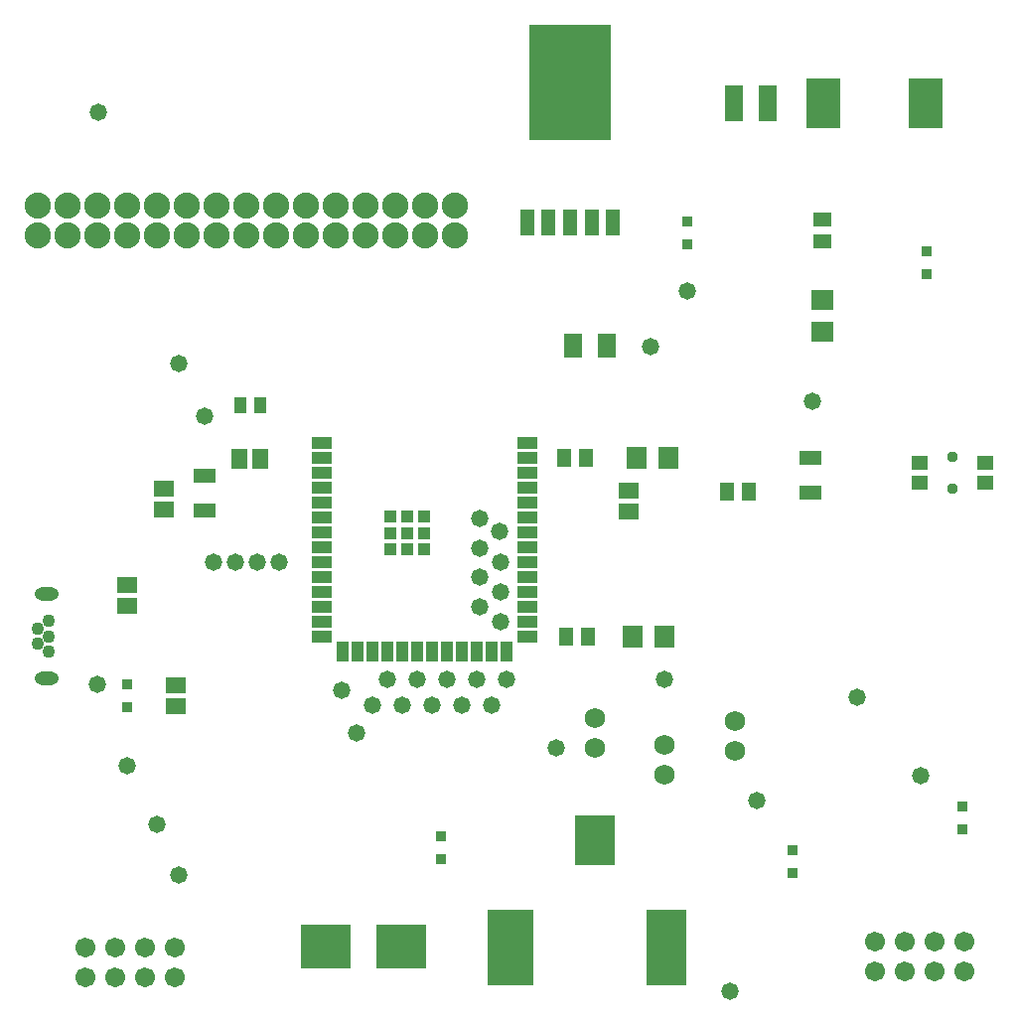
<source format=gbr>
G04*
G04 #@! TF.GenerationSoftware,Altium Limited,Altium Designer,25.3.3 (18)*
G04*
G04 Layer_Color=8388736*
%FSLAX44Y44*%
%MOMM*%
G71*
G04*
G04 #@! TF.SameCoordinates,28098AB9-3807-4A49-8781-5BF9FE85299D*
G04*
G04*
G04 #@! TF.FilePolarity,Negative*
G04*
G01*
G75*
%ADD19R,1.0668X1.3462*%
%ADD20R,4.2418X3.8100*%
%ADD21R,0.8890X0.9525*%
%ADD40R,1.6532X1.4532*%
%ADD41R,1.4532X1.6532*%
%ADD42R,3.5032X4.2632*%
%ADD43R,3.5032X6.5532*%
%ADD44R,4.0132X6.5532*%
%ADD45R,1.9332X1.1732*%
%ADD46R,1.6532X1.3532*%
%ADD47R,1.5732X3.0132*%
%ADD48R,1.4932X2.1132*%
%ADD49R,2.9032X4.3032*%
%ADD50R,1.1032X1.1032*%
%ADD51R,1.7032X1.1032*%
%ADD52R,1.1032X1.7032*%
%ADD53R,1.2032X1.6232*%
%ADD54R,1.2032X2.2532*%
%ADD55R,6.9032X9.9032*%
%ADD56R,1.6232X1.2032*%
%ADD57R,1.9532X1.7032*%
%ADD58R,1.7032X1.9532*%
%ADD59R,1.4032X1.2032*%
%ADD60C,1.7272*%
%ADD61C,1.7018*%
%ADD62C,2.2352*%
%ADD63C,1.1032*%
%ADD64O,2.0532X1.1032*%
%ADD65C,0.9532*%
%ADD66C,1.4732*%
D19*
X195707Y532130D02*
D03*
X213233D02*
D03*
D20*
X332867Y71120D02*
D03*
X269113D02*
D03*
D21*
X666750Y153225D02*
D03*
Y133794D02*
D03*
X781050Y663321D02*
D03*
Y643890D02*
D03*
X99060Y274764D02*
D03*
Y294195D02*
D03*
X811530Y170625D02*
D03*
Y190056D02*
D03*
X367030Y164655D02*
D03*
Y145225D02*
D03*
X576580Y669734D02*
D03*
Y689165D02*
D03*
D40*
X527050Y441960D02*
D03*
Y459740D02*
D03*
X140970Y293370D02*
D03*
Y275590D02*
D03*
X99060Y361310D02*
D03*
Y379090D02*
D03*
D41*
X194950Y486410D02*
D03*
X212730D02*
D03*
D42*
X497800Y161250D02*
D03*
D43*
X558800Y69850D02*
D03*
D44*
X425900D02*
D03*
D45*
X681990Y487240D02*
D03*
Y457640D02*
D03*
X165540Y442400D02*
D03*
Y472000D02*
D03*
D46*
X130810Y443120D02*
D03*
Y461120D02*
D03*
D47*
X616990Y789940D02*
D03*
X645390D02*
D03*
D48*
X479430Y582930D02*
D03*
X508630D02*
D03*
D49*
X780350Y789940D02*
D03*
X692850D02*
D03*
D50*
X338190Y423180D02*
D03*
X324190D02*
D03*
X352190D02*
D03*
X324190Y409180D02*
D03*
X338190D02*
D03*
X352190D02*
D03*
X324190Y437180D02*
D03*
X338190D02*
D03*
X352190D02*
D03*
D51*
X265690Y500380D02*
D03*
Y487680D02*
D03*
Y474980D02*
D03*
Y462280D02*
D03*
Y449580D02*
D03*
Y436880D02*
D03*
Y424180D02*
D03*
Y411480D02*
D03*
Y398780D02*
D03*
Y386080D02*
D03*
Y373380D02*
D03*
Y360680D02*
D03*
Y347980D02*
D03*
Y335280D02*
D03*
X440690D02*
D03*
Y347980D02*
D03*
Y360680D02*
D03*
Y373380D02*
D03*
Y386080D02*
D03*
Y398780D02*
D03*
Y411480D02*
D03*
Y424180D02*
D03*
Y436880D02*
D03*
Y449580D02*
D03*
Y462280D02*
D03*
Y474980D02*
D03*
Y487680D02*
D03*
Y500380D02*
D03*
D52*
X283340Y322780D02*
D03*
X296040D02*
D03*
X308740D02*
D03*
X321440D02*
D03*
X334140D02*
D03*
X346840D02*
D03*
X359540D02*
D03*
X372240D02*
D03*
X384940D02*
D03*
X397640D02*
D03*
X410340D02*
D03*
X423040D02*
D03*
D53*
X629110Y458470D02*
D03*
X610410D02*
D03*
X473250Y335280D02*
D03*
X491950D02*
D03*
X471980Y487680D02*
D03*
X490680D02*
D03*
D54*
X440400Y688340D02*
D03*
X458700D02*
D03*
X477000D02*
D03*
X495300D02*
D03*
X513600D02*
D03*
D55*
X477000Y807340D02*
D03*
D56*
X692150Y671830D02*
D03*
Y690530D02*
D03*
D57*
Y622300D02*
D03*
Y595300D02*
D03*
D58*
X530060Y335280D02*
D03*
X557060D02*
D03*
X533870Y487680D02*
D03*
X560870D02*
D03*
D59*
X830640Y483260D02*
D03*
Y466260D02*
D03*
X774640Y483260D02*
D03*
Y466260D02*
D03*
D60*
X497840Y240030D02*
D03*
Y265430D02*
D03*
X617220Y237490D02*
D03*
Y262890D02*
D03*
X557530Y217170D02*
D03*
Y242570D02*
D03*
D61*
X63500Y44450D02*
D03*
X88900D02*
D03*
X114300D02*
D03*
X139700D02*
D03*
X63500Y69850D02*
D03*
X88900D02*
D03*
X114300D02*
D03*
X139700D02*
D03*
X736600Y49530D02*
D03*
X762000D02*
D03*
X787400D02*
D03*
X812800D02*
D03*
X736600Y74930D02*
D03*
X762000D02*
D03*
X787400D02*
D03*
X812800D02*
D03*
D62*
X378460Y676910D02*
D03*
Y702310D02*
D03*
X353060Y676910D02*
D03*
Y702310D02*
D03*
X327660Y676910D02*
D03*
Y702310D02*
D03*
X302260Y676910D02*
D03*
Y702310D02*
D03*
X276860Y676910D02*
D03*
Y702310D02*
D03*
X251460Y676910D02*
D03*
Y702310D02*
D03*
X226060Y676910D02*
D03*
Y702310D02*
D03*
X200660Y676910D02*
D03*
Y702310D02*
D03*
X175260Y676910D02*
D03*
Y702310D02*
D03*
X149860Y676910D02*
D03*
Y702310D02*
D03*
X124460Y676910D02*
D03*
Y702310D02*
D03*
X99060Y676910D02*
D03*
Y702310D02*
D03*
X73660Y676910D02*
D03*
Y702310D02*
D03*
X48260Y676910D02*
D03*
Y702310D02*
D03*
X22860Y676910D02*
D03*
Y702310D02*
D03*
D63*
Y328930D02*
D03*
Y341930D02*
D03*
X32860Y322430D02*
D03*
Y335430D02*
D03*
Y348430D02*
D03*
D64*
X30660Y371180D02*
D03*
Y299680D02*
D03*
D65*
X802640Y488510D02*
D03*
Y461010D02*
D03*
D66*
X124460Y175260D02*
D03*
X721360Y283210D02*
D03*
X410210Y276860D02*
D03*
X294640Y252730D02*
D03*
X281940Y289560D02*
D03*
X636270Y195580D02*
D03*
X557530Y298450D02*
D03*
X613410Y33020D02*
D03*
X143510Y132080D02*
D03*
X775970Y216535D02*
D03*
X143510Y567690D02*
D03*
X165100Y523240D02*
D03*
X172720Y398780D02*
D03*
X191347D02*
D03*
X209973D02*
D03*
X228600D02*
D03*
X308610Y276860D02*
D03*
X74930Y782320D02*
D03*
X545293Y582668D02*
D03*
X346710Y298450D02*
D03*
X372110D02*
D03*
X321310D02*
D03*
X384810Y276860D02*
D03*
X400050Y360680D02*
D03*
X400063Y435597D02*
D03*
X400050Y410633D02*
D03*
X417155Y424802D02*
D03*
X417830Y398780D02*
D03*
Y373380D02*
D03*
X400050Y385657D02*
D03*
X417830Y347980D02*
D03*
X683260Y535940D02*
D03*
X576580Y629920D02*
D03*
X99060Y224790D02*
D03*
X464820Y240030D02*
D03*
X73660Y294640D02*
D03*
X422910Y298450D02*
D03*
X397510D02*
D03*
X359410Y276860D02*
D03*
X334010D02*
D03*
M02*

</source>
